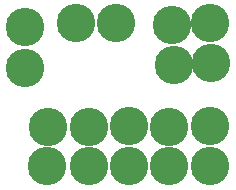
<source format=gbr>
%FSLAX35Y35*%
%MOIN*%
G04 EasyPC Gerber Version 18.0.8 Build 3632 *
%ADD103C,0.12811*%
X0Y0D02*
D02*
D103*
X8124Y40801D03*
Y54581D03*
X15604Y8124D03*
X15998Y21116D03*
X25053Y55762D03*
X29384Y8124D03*
Y21116D03*
X38439Y55762D03*
X42770Y8124D03*
Y21510D03*
X56156Y8124D03*
Y21116D03*
X57337Y55368D03*
X57730Y41982D03*
X69935Y8124D03*
Y21510D03*
Y55762D03*
X70329Y42376D03*
X0Y0D02*
M02*

</source>
